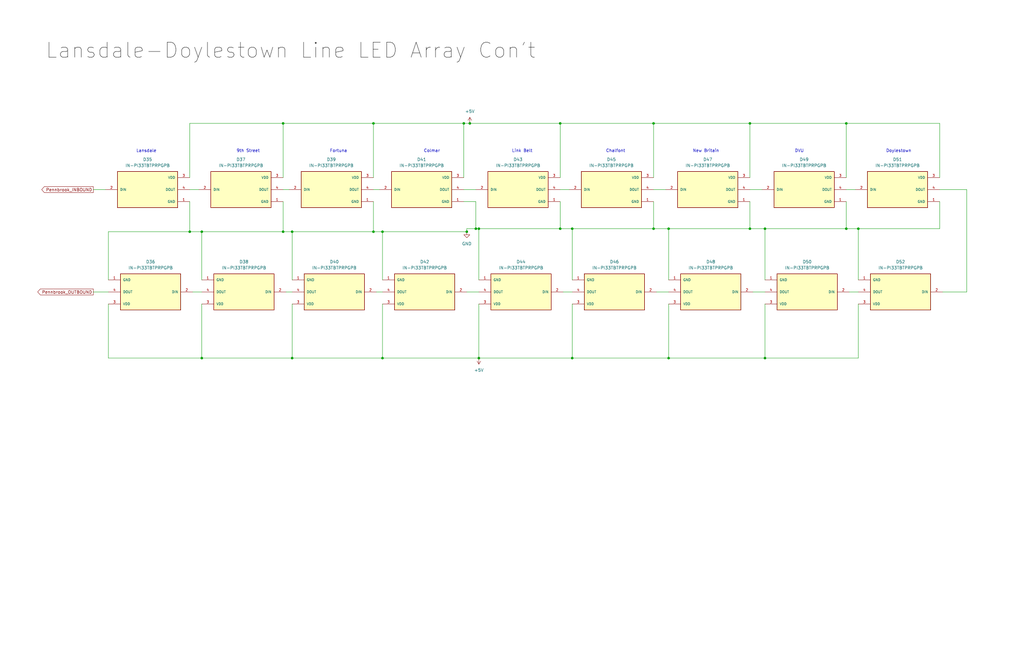
<source format=kicad_sch>
(kicad_sch (version 20231120) (generator "eeschema") (generator_version "8.0")
  (paper "B")
  (title_block (title "Lansdale Doylestown LED Array Con't"))
  (lib_symbols
    (symbol "TrainTrackr-lib:IN-PI33TBTPRPGPB" (pin_names (offset 1.016))
      (property "Reference" "D" (at -12.7 7.62 0))
      (property "Value" "IN-PI33TBTPRPGPB" (at -12.7 -10.16 0))
      (symbol "IN-PI33TBTPRPGPB_0_0"
        (rectangle (start -12.7 -7.62) (end 12.7 7.62) (stroke (width 0.254)) (fill (type background)))
        (pin power_in line (at 17.78 -5.08 180) (length 5.08) (name "GND") (number "1"))
        (pin input line (at -17.78 0 0) (length 5.08) (name "DIN") (number "2"))
        (pin power_in line (at 17.78 5.08 180) (length 5.08) (name "VDD") (number "3"))
        (pin output line (at 17.78 0 180) (length 5.08) (name "DOUT") (number "4"))
      )
    )
    (symbol "power:+5V" (power) (pin_numbers hide) (pin_names (offset 0) hide)
      (property "Value" "+5V" (at 0 3.556 0))
      (symbol "+5V_0_1"
        (polyline (pts (xy -0.762 1.27) (xy 0 2.54)))
        (polyline (pts (xy 0 0) (xy 0 2.54)))
        (polyline (pts (xy 0 2.54) (xy 0.762 1.27)))
      )
      (symbol "+5V_1_1"
        (pin power_in line (at 0 0 90) (length 0) (name "~") (number "1"))
      )
    )
    (symbol "power:GND" (power) (pin_numbers hide) (pin_names (offset 0) hide)
      (property "Value" "GND" (at 0 -3.81 0))
      (symbol "GND_0_1"
        (polyline (pts (xy 0 0) (xy 0 -1.27) (xy 1.27 -1.27) (xy 0 -2.54) (xy -1.27 -1.27) (xy 0 -1.27)))
      )
      (symbol "GND_1_1"
        (pin power_in line (at 0 0 270) (length 0) (name "~") (number "1"))
      )
    )
  )
  (junction (at 201.93 151.13))
  (junction (at 356.87 52.07))
  (junction (at 236.22 96.52))
  (junction (at 119.38 52.07))
  (junction (at 275.59 52.07))
  (junction (at 241.3 151.13))
  (junction (at 241.3 96.52))
  (junction (at 161.29 97.79))
  (junction (at 198.12 52.07))
  (junction (at 361.95 96.52))
  (junction (at 161.29 151.13))
  (junction (at 157.48 52.07))
  (junction (at 196.85 97.79))
  (junction (at 201.93 96.52))
  (junction (at 123.19 97.79))
  (junction (at 85.09 97.79))
  (junction (at 85.09 151.13))
  (junction (at 200.66 96.52))
  (junction (at 157.48 97.79))
  (junction (at 80.01 97.79))
  (junction (at 322.58 96.52))
  (junction (at 119.38 97.79))
  (junction (at 275.59 96.52))
  (junction (at 322.58 151.13))
  (junction (at 236.22 52.07))
  (junction (at 316.23 96.52))
  (junction (at 281.94 151.13))
  (junction (at 195.58 52.07))
  (junction (at 356.87 96.52))
  (junction (at 281.94 96.52))
  (junction (at 316.23 52.07))
  (junction (at 123.19 151.13))
  (wire (pts (xy 45.72 128.27) (xy 45.72 151.13)))
  (wire (pts (xy 322.58 96.52) (xy 316.23 96.52)))
  (wire (pts (xy 281.94 96.52) (xy 281.94 118.11)))
  (wire (pts (xy 196.85 96.52) (xy 200.66 96.52)))
  (wire (pts (xy 196.85 96.52) (xy 196.85 97.79)))
  (wire (pts (xy 161.29 97.79) (xy 196.85 97.79)))
  (wire (pts (xy 407.67 123.19) (xy 397.51 123.19)))
  (wire (pts (xy 236.22 80.01) (xy 240.03 80.01)))
  (wire (pts (xy 236.22 85.09) (xy 236.22 96.52)))
  (wire (pts (xy 358.14 123.19) (xy 361.95 123.19)))
  (wire (pts (xy 396.24 80.01) (xy 407.67 80.01)))
  (wire (pts (xy 241.3 128.27) (xy 241.3 151.13)))
  (wire (pts (xy 85.09 97.79) (xy 85.09 118.11)))
  (wire (pts (xy 123.19 118.11) (xy 123.19 97.79)))
  (wire (pts (xy 236.22 52.07) (xy 275.59 52.07)))
  (wire (pts (xy 123.19 151.13) (xy 161.29 151.13)))
  (wire (pts (xy 200.66 96.52) (xy 201.93 96.52)))
  (wire (pts (xy 195.58 52.07) (xy 198.12 52.07)))
  (wire (pts (xy 158.75 123.19) (xy 161.29 123.19)))
  (wire (pts (xy 157.48 52.07) (xy 157.48 74.93)))
  (wire (pts (xy 356.87 85.09) (xy 356.87 96.52)))
  (wire (pts (xy 407.67 80.01) (xy 407.67 123.19)))
  (wire (pts (xy 237.49 123.19) (xy 241.3 123.19)))
  (wire (pts (xy 157.48 97.79) (xy 161.29 97.79)))
  (wire (pts (xy 45.72 118.11) (xy 45.72 97.79)))
  (wire (pts (xy 396.24 74.93) (xy 396.24 52.07)))
  (wire (pts (xy 275.59 52.07) (xy 316.23 52.07)))
  (wire (pts (xy 123.19 97.79) (xy 157.48 97.79)))
  (wire (pts (xy 322.58 128.27) (xy 322.58 151.13)))
  (wire (pts (xy 281.94 151.13) (xy 322.58 151.13)))
  (wire (pts (xy 157.48 52.07) (xy 195.58 52.07)))
  (wire (pts (xy 356.87 80.01) (xy 360.68 80.01)))
  (wire (pts (xy 161.29 151.13) (xy 201.93 151.13)))
  (wire (pts (xy 198.12 52.07) (xy 236.22 52.07)))
  (wire (pts (xy 322.58 151.13) (xy 361.95 151.13)))
  (wire (pts (xy 80.01 74.93) (xy 80.01 52.07)))
  (wire (pts (xy 195.58 80.01) (xy 200.66 80.01)))
  (wire (pts (xy 195.58 85.09) (xy 200.66 85.09)))
  (wire (pts (xy 356.87 52.07) (xy 396.24 52.07)))
  (wire (pts (xy 241.3 118.11) (xy 241.3 96.52)))
  (wire (pts (xy 356.87 96.52) (xy 322.58 96.52)))
  (wire (pts (xy 39.37 123.19) (xy 45.72 123.19)))
  (wire (pts (xy 275.59 74.93) (xy 275.59 52.07)))
  (wire (pts (xy 195.58 52.07) (xy 195.58 74.93)))
  (wire (pts (xy 275.59 85.09) (xy 275.59 96.52)))
  (wire (pts (xy 120.65 123.19) (xy 123.19 123.19)))
  (wire (pts (xy 80.01 52.07) (xy 119.38 52.07)))
  (wire (pts (xy 119.38 52.07) (xy 157.48 52.07)))
  (wire (pts (xy 316.23 96.52) (xy 281.94 96.52)))
  (wire (pts (xy 241.3 96.52) (xy 275.59 96.52)))
  (wire (pts (xy 196.85 123.19) (xy 201.93 123.19)))
  (wire (pts (xy 201.93 96.52) (xy 236.22 96.52)))
  (wire (pts (xy 81.28 123.19) (xy 85.09 123.19)))
  (wire (pts (xy 161.29 128.27) (xy 161.29 151.13)))
  (wire (pts (xy 396.24 96.52) (xy 361.95 96.52)))
  (wire (pts (xy 200.66 85.09) (xy 200.66 96.52)))
  (wire (pts (xy 316.23 85.09) (xy 316.23 96.52)))
  (wire (pts (xy 316.23 52.07) (xy 356.87 52.07)))
  (wire (pts (xy 119.38 52.07) (xy 119.38 74.93)))
  (wire (pts (xy 316.23 74.93) (xy 316.23 52.07)))
  (wire (pts (xy 236.22 74.93) (xy 236.22 52.07)))
  (wire (pts (xy 80.01 85.09) (xy 80.01 97.79)))
  (wire (pts (xy 119.38 80.01) (xy 121.92 80.01)))
  (wire (pts (xy 39.37 80.01) (xy 44.45 80.01)))
  (wire (pts (xy 80.01 97.79) (xy 85.09 97.79)))
  (wire (pts (xy 119.38 85.09) (xy 119.38 97.79)))
  (wire (pts (xy 201.93 96.52) (xy 201.93 118.11)))
  (wire (pts (xy 236.22 96.52) (xy 241.3 96.52)))
  (wire (pts (xy 85.09 151.13) (xy 123.19 151.13)))
  (wire (pts (xy 361.95 96.52) (xy 361.95 118.11)))
  (wire (pts (xy 119.38 97.79) (xy 123.19 97.79)))
  (wire (pts (xy 45.72 151.13) (xy 85.09 151.13)))
  (wire (pts (xy 275.59 80.01) (xy 280.67 80.01)))
  (wire (pts (xy 276.86 123.19) (xy 281.94 123.19)))
  (wire (pts (xy 361.95 128.27) (xy 361.95 151.13)))
  (wire (pts (xy 396.24 85.09) (xy 396.24 96.52)))
  (wire (pts (xy 157.48 85.09) (xy 157.48 97.79)))
  (wire (pts (xy 322.58 96.52) (xy 322.58 118.11)))
  (wire (pts (xy 85.09 97.79) (xy 119.38 97.79)))
  (wire (pts (xy 123.19 128.27) (xy 123.19 151.13)))
  (wire (pts (xy 45.72 97.79) (xy 80.01 97.79)))
  (wire (pts (xy 161.29 97.79) (xy 161.29 118.11)))
  (wire (pts (xy 201.93 128.27) (xy 201.93 151.13)))
  (wire (pts (xy 85.09 128.27) (xy 85.09 151.13)))
  (wire (pts (xy 317.5 123.19) (xy 322.58 123.19)))
  (wire (pts (xy 361.95 96.52) (xy 356.87 96.52)))
  (wire (pts (xy 157.48 80.01) (xy 160.02 80.01)))
  (wire (pts (xy 241.3 151.13) (xy 281.94 151.13)))
  (wire (pts (xy 80.01 80.01) (xy 83.82 80.01)))
  (wire (pts (xy 281.94 96.52) (xy 275.59 96.52)))
  (wire (pts (xy 316.23 80.01) (xy 321.31 80.01)))
  (wire (pts (xy 201.93 151.13) (xy 241.3 151.13)))
  (wire (pts (xy 281.94 128.27) (xy 281.94 151.13)))
  (wire (pts (xy 356.87 52.07) (xy 356.87 74.93)))
  (text "Link Belt\n" (at 220.218 63.754 0) (effects (font (size 1.27 1.27))))
  (text "DVU" (at 337.058 63.754 0) (effects (font (size 1.27 1.27))))
  (text "Lansdale" (at 61.722 63.754 0) (effects (font (size 1.27 1.27))))
  (text "Fortuna\n" (at 142.748 63.754 0) (effects (font (size 1.27 1.27))))
  (text "Doylestown" (at 378.968 63.754 0) (effects (font (size 1.27 1.27))))
  (text "9th Street" (at 104.648 63.754 0) (effects (font (size 1.27 1.27))))
  (text "Chalfont" (at 259.588 63.754 0) (effects (font (size 1.27 1.27))))
  (text "New Britain" (at 297.688 63.754 0) (effects (font (size 1.27 1.27))))
  (text "Colmar" (at 182.118 63.754 0) (effects (font (size 1.27 1.27))))
  (label "Lansdale-Doylestown Line LED Array Con't" (at 19.05 26.67 0) (effects (font (size 6.35 6.35))))
  (global_label "Pennbrook_INBOUND" (shape output) (at 39.37 80.01 180) (property "Intersheetrefs" "${INTERSHEET_REFS}" (effects (hide yes))))
  (global_label "Pennbrook_OUTBOUND" (shape output) (at 39.37 123.19 180) (property "Intersheetrefs" "${INTERSHEET_REFS}" (effects (hide yes))))
  (symbol (lib_id "TrainTrackr-lib:IN-PI33TBTPRPGPB") (at 219.71 123.19 180) (unit 1)
    (property "Reference" "D44" (at 219.71 110.49 0))
    (property "Value" "IN-PI33TBTPRPGPB" (at 219.71 113.03 0))
    (property "Footprint" "TrainTrackr-footprints:LED_IN-PI33TBTPRPGPB" (effects (hide yes)))
    (property "MF" "Inolux" (effects (hide yes)))
    (property "MAXIMUM_PACKAGE_HEIGHT" "1.95 mm" (effects (hide yes)))
    (property "Package" "Inolux" (effects (hide yes)))
    (property "Price" "None" (effects (hide yes)))
    (property "Check_prices" "https://www.snapeda.com/parts/IN-PI33TBTPRPGPB/Inolux/view-part/?ref=eda" (effects (hide yes)))
    (property "STANDARD" "Manufacturer Recommendations" (effects (hide yes)))
    (property "PARTREV" "1.2" (effects (hide yes)))
    (property "SnapEDA_Link" "https://www.snapeda.com/parts/IN-PI33TBTPRPGPB/Inolux/view-part/?ref=snap" (effects (hide yes)))
    (property "MP" "IN-PI33TBTPRPGPB" (effects (hide yes)))
    (property "Description_1" "\n                        \n                            Addressable Lighting series 1 LED Discrete Serial (Shift Register) Red, Green, Blue (RGB) 3.50mm L x 3.50mm W\n                        \n" (effects (hide yes)))
    (property "Availability" "In Stock" (effects (hide yes)))
    (property "MANUFACTURER" "Inolux" (effects (hide yes)))
  )
  (symbol (lib_id "TrainTrackr-lib:IN-PI33TBTPRPGPB") (at 102.87 123.19 180) (unit 1)
    (property "Reference" "D38" (at 102.87 110.49 0))
    (property "Value" "IN-PI33TBTPRPGPB" (at 102.87 113.03 0))
    (property "Footprint" "TrainTrackr-footprints:LED_IN-PI33TBTPRPGPB" (effects (hide yes)))
    (property "MF" "Inolux" (effects (hide yes)))
    (property "MAXIMUM_PACKAGE_HEIGHT" "1.95 mm" (effects (hide yes)))
    (property "Package" "Inolux" (effects (hide yes)))
    (property "Price" "None" (effects (hide yes)))
    (property "Check_prices" "https://www.snapeda.com/parts/IN-PI33TBTPRPGPB/Inolux/view-part/?ref=eda" (effects (hide yes)))
    (property "STANDARD" "Manufacturer Recommendations" (effects (hide yes)))
    (property "PARTREV" "1.2" (effects (hide yes)))
    (property "SnapEDA_Link" "https://www.snapeda.com/parts/IN-PI33TBTPRPGPB/Inolux/view-part/?ref=snap" (effects (hide yes)))
    (property "MP" "IN-PI33TBTPRPGPB" (effects (hide yes)))
    (property "Description_1" "\n                        \n                            Addressable Lighting series 1 LED Discrete Serial (Shift Register) Red, Green, Blue (RGB) 3.50mm L x 3.50mm W\n                        \n" (effects (hide yes)))
    (property "Availability" "In Stock" (effects (hide yes)))
    (property "MANUFACTURER" "Inolux" (effects (hide yes)))
  )
  (symbol (lib_id "TrainTrackr-lib:IN-PI33TBTPRPGPB") (at 379.73 123.19 180) (unit 1)
    (property "Reference" "D52" (at 379.73 110.49 0))
    (property "Value" "IN-PI33TBTPRPGPB" (at 379.73 113.03 0))
    (property "Footprint" "TrainTrackr-footprints:LED_IN-PI33TBTPRPGPB" (effects (hide yes)))
    (property "MF" "Inolux" (effects (hide yes)))
    (property "MAXIMUM_PACKAGE_HEIGHT" "1.95 mm" (effects (hide yes)))
    (property "Package" "Inolux" (effects (hide yes)))
    (property "Price" "None" (effects (hide yes)))
    (property "Check_prices" "https://www.snapeda.com/parts/IN-PI33TBTPRPGPB/Inolux/view-part/?ref=eda" (effects (hide yes)))
    (property "STANDARD" "Manufacturer Recommendations" (effects (hide yes)))
    (property "PARTREV" "1.2" (effects (hide yes)))
    (property "SnapEDA_Link" "https://www.snapeda.com/parts/IN-PI33TBTPRPGPB/Inolux/view-part/?ref=snap" (effects (hide yes)))
    (property "MP" "IN-PI33TBTPRPGPB" (effects (hide yes)))
    (property "Description_1" "\n                        \n                            Addressable Lighting series 1 LED Discrete Serial (Shift Register) Red, Green, Blue (RGB) 3.50mm L x 3.50mm W\n                        \n" (effects (hide yes)))
    (property "Availability" "In Stock" (effects (hide yes)))
    (property "MANUFACTURER" "Inolux" (effects (hide yes)))
  )
  (symbol (lib_id "TrainTrackr-lib:IN-PI33TBTPRPGPB") (at 298.45 80.01 0) (unit 1)
    (property "Reference" "D47" (at 298.45 67.31 0))
    (property "Value" "IN-PI33TBTPRPGPB" (at 298.45 69.85 0))
    (property "Footprint" "TrainTrackr-footprints:LED_IN-PI33TBTPRPGPB" (effects (hide yes)))
    (property "MF" "Inolux" (effects (hide yes)))
    (property "MAXIMUM_PACKAGE_HEIGHT" "1.95 mm" (effects (hide yes)))
    (property "Package" "Inolux" (effects (hide yes)))
    (property "Price" "None" (effects (hide yes)))
    (property "Check_prices" "https://www.snapeda.com/parts/IN-PI33TBTPRPGPB/Inolux/view-part/?ref=eda" (effects (hide yes)))
    (property "STANDARD" "Manufacturer Recommendations" (effects (hide yes)))
    (property "PARTREV" "1.2" (effects (hide yes)))
    (property "SnapEDA_Link" "https://www.snapeda.com/parts/IN-PI33TBTPRPGPB/Inolux/view-part/?ref=snap" (effects (hide yes)))
    (property "MP" "IN-PI33TBTPRPGPB" (effects (hide yes)))
    (property "Description_1" "\n                        \n                            Addressable Lighting series 1 LED Discrete Serial (Shift Register) Red, Green, Blue (RGB) 3.50mm L x 3.50mm W\n                        \n" (effects (hide yes)))
    (property "Availability" "In Stock" (effects (hide yes)))
    (property "MANUFACTURER" "Inolux" (effects (hide yes)))
  )
  (symbol (lib_id "power:+5V") (at 198.12 52.07 0) (unit 1)
    (property "Reference" "#PWR07" (effects (hide yes)))
    (property "Value" "+5V" (at 198.12 46.99 0))
    (property "Description" "Power symbol creates a global label with name \"+5V\"" (effects (hide yes)))
  )
  (symbol (lib_id "TrainTrackr-lib:IN-PI33TBTPRPGPB") (at 177.8 80.01 0) (unit 1)
    (property "Reference" "D41" (at 177.8 67.31 0))
    (property "Value" "IN-PI33TBTPRPGPB" (at 177.8 69.85 0))
    (property "Footprint" "TrainTrackr-footprints:LED_IN-PI33TBTPRPGPB" (effects (hide yes)))
    (property "MF" "Inolux" (effects (hide yes)))
    (property "MAXIMUM_PACKAGE_HEIGHT" "1.95 mm" (effects (hide yes)))
    (property "Package" "Inolux" (effects (hide yes)))
    (property "Price" "None" (effects (hide yes)))
    (property "Check_prices" "https://www.snapeda.com/parts/IN-PI33TBTPRPGPB/Inolux/view-part/?ref=eda" (effects (hide yes)))
    (property "STANDARD" "Manufacturer Recommendations" (effects (hide yes)))
    (property "PARTREV" "1.2" (effects (hide yes)))
    (property "SnapEDA_Link" "https://www.snapeda.com/parts/IN-PI33TBTPRPGPB/Inolux/view-part/?ref=snap" (effects (hide yes)))
    (property "MP" "IN-PI33TBTPRPGPB" (effects (hide yes)))
    (property "Description_1" "\n                        \n                            Addressable Lighting series 1 LED Discrete Serial (Shift Register) Red, Green, Blue (RGB) 3.50mm L x 3.50mm W\n                        \n" (effects (hide yes)))
    (property "Availability" "In Stock" (effects (hide yes)))
    (property "MANUFACTURER" "Inolux" (effects (hide yes)))
  )
  (symbol (lib_id "TrainTrackr-lib:IN-PI33TBTPRPGPB") (at 340.36 123.19 180) (unit 1)
    (property "Reference" "D50" (at 340.36 110.49 0))
    (property "Value" "IN-PI33TBTPRPGPB" (at 340.36 113.03 0))
    (property "Footprint" "TrainTrackr-footprints:LED_IN-PI33TBTPRPGPB" (effects (hide yes)))
    (property "MF" "Inolux" (effects (hide yes)))
    (property "MAXIMUM_PACKAGE_HEIGHT" "1.95 mm" (effects (hide yes)))
    (property "Package" "Inolux" (effects (hide yes)))
    (property "Price" "None" (effects (hide yes)))
    (property "Check_prices" "https://www.snapeda.com/parts/IN-PI33TBTPRPGPB/Inolux/view-part/?ref=eda" (effects (hide yes)))
    (property "STANDARD" "Manufacturer Recommendations" (effects (hide yes)))
    (property "PARTREV" "1.2" (effects (hide yes)))
    (property "SnapEDA_Link" "https://www.snapeda.com/parts/IN-PI33TBTPRPGPB/Inolux/view-part/?ref=snap" (effects (hide yes)))
    (property "MP" "IN-PI33TBTPRPGPB" (effects (hide yes)))
    (property "Description_1" "\n                        \n                            Addressable Lighting series 1 LED Discrete Serial (Shift Register) Red, Green, Blue (RGB) 3.50mm L x 3.50mm W\n                        \n" (effects (hide yes)))
    (property "Availability" "In Stock" (effects (hide yes)))
    (property "MANUFACTURER" "Inolux" (effects (hide yes)))
  )
  (symbol (lib_id "TrainTrackr-lib:IN-PI33TBTPRPGPB") (at 63.5 123.19 180) (unit 1)
    (property "Reference" "D36" (at 63.5 110.49 0))
    (property "Value" "IN-PI33TBTPRPGPB" (at 63.5 113.03 0))
    (property "Footprint" "TrainTrackr-footprints:LED_IN-PI33TBTPRPGPB" (effects (hide yes)))
    (property "MF" "Inolux" (effects (hide yes)))
    (property "MAXIMUM_PACKAGE_HEIGHT" "1.95 mm" (effects (hide yes)))
    (property "Package" "Inolux" (effects (hide yes)))
    (property "Price" "None" (effects (hide yes)))
    (property "Check_prices" "https://www.snapeda.com/parts/IN-PI33TBTPRPGPB/Inolux/view-part/?ref=eda" (effects (hide yes)))
    (property "STANDARD" "Manufacturer Recommendations" (effects (hide yes)))
    (property "PARTREV" "1.2" (effects (hide yes)))
    (property "SnapEDA_Link" "https://www.snapeda.com/parts/IN-PI33TBTPRPGPB/Inolux/view-part/?ref=snap" (effects (hide yes)))
    (property "MP" "IN-PI33TBTPRPGPB" (effects (hide yes)))
    (property "Description_1" "\n                        \n                            Addressable Lighting series 1 LED Discrete Serial (Shift Register) Red, Green, Blue (RGB) 3.50mm L x 3.50mm W\n                        \n" (effects (hide yes)))
    (property "Availability" "In Stock" (effects (hide yes)))
    (property "MANUFACTURER" "Inolux" (effects (hide yes)))
  )
  (symbol (lib_id "TrainTrackr-lib:IN-PI33TBTPRPGPB") (at 62.23 80.01 0) (unit 1)
    (property "Reference" "D35" (at 62.23 67.31 0))
    (property "Value" "IN-PI33TBTPRPGPB" (at 62.23 69.85 0))
    (property "Footprint" "TrainTrackr-footprints:LED_IN-PI33TBTPRPGPB" (effects (hide yes)))
    (property "MF" "Inolux" (effects (hide yes)))
    (property "MAXIMUM_PACKAGE_HEIGHT" "1.95 mm" (effects (hide yes)))
    (property "Package" "Inolux" (effects (hide yes)))
    (property "Price" "None" (effects (hide yes)))
    (property "Check_prices" "https://www.snapeda.com/parts/IN-PI33TBTPRPGPB/Inolux/view-part/?ref=eda" (effects (hide yes)))
    (property "STANDARD" "Manufacturer Recommendations" (effects (hide yes)))
    (property "PARTREV" "1.2" (effects (hide yes)))
    (property "SnapEDA_Link" "https://www.snapeda.com/parts/IN-PI33TBTPRPGPB/Inolux/view-part/?ref=snap" (effects (hide yes)))
    (property "MP" "IN-PI33TBTPRPGPB" (effects (hide yes)))
    (property "Description_1" "\n                        \n                            Addressable Lighting series 1 LED Discrete Serial (Shift Register) Red, Green, Blue (RGB) 3.50mm L x 3.50mm W\n                        \n" (effects (hide yes)))
    (property "Availability" "In Stock" (effects (hide yes)))
    (property "MANUFACTURER" "Inolux" (effects (hide yes)))
  )
  (symbol (lib_id "power:GND") (at 196.85 97.79 0) (unit 1)
    (property "Reference" "#PWR09" (effects (hide yes)))
    (property "Value" "GND" (at 196.85 102.87 0))
    (property "Description" "Power symbol creates a global label with name \"GND\" , ground" (effects (hide yes)))
  )
  (symbol (lib_id "TrainTrackr-lib:IN-PI33TBTPRPGPB") (at 378.46 80.01 0) (unit 1)
    (property "Reference" "D51" (at 378.46 67.31 0))
    (property "Value" "IN-PI33TBTPRPGPB" (at 378.46 69.85 0))
    (property "Footprint" "TrainTrackr-footprints:LED_IN-PI33TBTPRPGPB" (effects (hide yes)))
    (property "MF" "Inolux" (effects (hide yes)))
    (property "MAXIMUM_PACKAGE_HEIGHT" "1.95 mm" (effects (hide yes)))
    (property "Package" "Inolux" (effects (hide yes)))
    (property "Price" "None" (effects (hide yes)))
    (property "Check_prices" "https://www.snapeda.com/parts/IN-PI33TBTPRPGPB/Inolux/view-part/?ref=eda" (effects (hide yes)))
    (property "STANDARD" "Manufacturer Recommendations" (effects (hide yes)))
    (property "PARTREV" "1.2" (effects (hide yes)))
    (property "SnapEDA_Link" "https://www.snapeda.com/parts/IN-PI33TBTPRPGPB/Inolux/view-part/?ref=snap" (effects (hide yes)))
    (property "MP" "IN-PI33TBTPRPGPB" (effects (hide yes)))
    (property "Description_1" "\n                        \n                            Addressable Lighting series 1 LED Discrete Serial (Shift Register) Red, Green, Blue (RGB) 3.50mm L x 3.50mm W\n                        \n" (effects (hide yes)))
    (property "Availability" "In Stock" (effects (hide yes)))
    (property "MANUFACTURER" "Inolux" (effects (hide yes)))
  )
  (symbol (lib_id "TrainTrackr-lib:IN-PI33TBTPRPGPB") (at 339.09 80.01 0) (unit 1)
    (property "Reference" "D49" (at 339.09 67.31 0))
    (property "Value" "IN-PI33TBTPRPGPB" (at 339.09 69.85 0))
    (property "Footprint" "TrainTrackr-footprints:LED_IN-PI33TBTPRPGPB" (effects (hide yes)))
    (property "MF" "Inolux" (effects (hide yes)))
    (property "MAXIMUM_PACKAGE_HEIGHT" "1.95 mm" (effects (hide yes)))
    (property "Package" "Inolux" (effects (hide yes)))
    (property "Price" "None" (effects (hide yes)))
    (property "Check_prices" "https://www.snapeda.com/parts/IN-PI33TBTPRPGPB/Inolux/view-part/?ref=eda" (effects (hide yes)))
    (property "STANDARD" "Manufacturer Recommendations" (effects (hide yes)))
    (property "PARTREV" "1.2" (effects (hide yes)))
    (property "SnapEDA_Link" "https://www.snapeda.com/parts/IN-PI33TBTPRPGPB/Inolux/view-part/?ref=snap" (effects (hide yes)))
    (property "MP" "IN-PI33TBTPRPGPB" (effects (hide yes)))
    (property "Description_1" "\n                        \n                            Addressable Lighting series 1 LED Discrete Serial (Shift Register) Red, Green, Blue (RGB) 3.50mm L x 3.50mm W\n                        \n" (effects (hide yes)))
    (property "Availability" "In Stock" (effects (hide yes)))
    (property "MANUFACTURER" "Inolux" (effects (hide yes)))
  )
  (symbol (lib_id "TrainTrackr-lib:IN-PI33TBTPRPGPB") (at 299.72 123.19 180) (unit 1)
    (property "Reference" "D48" (at 299.72 110.49 0))
    (property "Value" "IN-PI33TBTPRPGPB" (at 299.72 113.03 0))
    (property "Footprint" "TrainTrackr-footprints:LED_IN-PI33TBTPRPGPB" (effects (hide yes)))
    (property "MF" "Inolux" (effects (hide yes)))
    (property "MAXIMUM_PACKAGE_HEIGHT" "1.95 mm" (effects (hide yes)))
    (property "Package" "Inolux" (effects (hide yes)))
    (property "Price" "None" (effects (hide yes)))
    (property "Check_prices" "https://www.snapeda.com/parts/IN-PI33TBTPRPGPB/Inolux/view-part/?ref=eda" (effects (hide yes)))
    (property "STANDARD" "Manufacturer Recommendations" (effects (hide yes)))
    (property "PARTREV" "1.2" (effects (hide yes)))
    (property "SnapEDA_Link" "https://www.snapeda.com/parts/IN-PI33TBTPRPGPB/Inolux/view-part/?ref=snap" (effects (hide yes)))
    (property "MP" "IN-PI33TBTPRPGPB" (effects (hide yes)))
    (property "Description_1" "\n                        \n                            Addressable Lighting series 1 LED Discrete Serial (Shift Register) Red, Green, Blue (RGB) 3.50mm L x 3.50mm W\n                        \n" (effects (hide yes)))
    (property "Availability" "In Stock" (effects (hide yes)))
    (property "MANUFACTURER" "Inolux" (effects (hide yes)))
  )
  (symbol (lib_id "TrainTrackr-lib:IN-PI33TBTPRPGPB") (at 139.7 80.01 0) (unit 1)
    (property "Reference" "D39" (at 139.7 67.31 0))
    (property "Value" "IN-PI33TBTPRPGPB" (at 139.7 69.85 0))
    (property "Footprint" "TrainTrackr-footprints:LED_IN-PI33TBTPRPGPB" (effects (hide yes)))
    (property "MF" "Inolux" (effects (hide yes)))
    (property "MAXIMUM_PACKAGE_HEIGHT" "1.95 mm" (effects (hide yes)))
    (property "Package" "Inolux" (effects (hide yes)))
    (property "Price" "None" (effects (hide yes)))
    (property "Check_prices" "https://www.snapeda.com/parts/IN-PI33TBTPRPGPB/Inolux/view-part/?ref=eda" (effects (hide yes)))
    (property "STANDARD" "Manufacturer Recommendations" (effects (hide yes)))
    (property "PARTREV" "1.2" (effects (hide yes)))
    (property "SnapEDA_Link" "https://www.snapeda.com/parts/IN-PI33TBTPRPGPB/Inolux/view-part/?ref=snap" (effects (hide yes)))
    (property "MP" "IN-PI33TBTPRPGPB" (effects (hide yes)))
    (property "Description_1" "\n                        \n                            Addressable Lighting series 1 LED Discrete Serial (Shift Register) Red, Green, Blue (RGB) 3.50mm L x 3.50mm W\n                        \n" (effects (hide yes)))
    (property "Availability" "In Stock" (effects (hide yes)))
    (property "MANUFACTURER" "Inolux" (effects (hide yes)))
  )
  (symbol (lib_id "TrainTrackr-lib:IN-PI33TBTPRPGPB") (at 101.6 80.01 0) (unit 1)
    (property "Reference" "D37" (at 101.6 67.31 0))
    (property "Value" "IN-PI33TBTPRPGPB" (at 101.6 69.85 0))
    (property "Footprint" "TrainTrackr-footprints:LED_IN-PI33TBTPRPGPB" (effects (hide yes)))
    (property "MF" "Inolux" (effects (hide yes)))
    (property "MAXIMUM_PACKAGE_HEIGHT" "1.95 mm" (effects (hide yes)))
    (property "Package" "Inolux" (effects (hide yes)))
    (property "Price" "None" (effects (hide yes)))
    (property "Check_prices" "https://www.snapeda.com/parts/IN-PI33TBTPRPGPB/Inolux/view-part/?ref=eda" (effects (hide yes)))
    (property "STANDARD" "Manufacturer Recommendations" (effects (hide yes)))
    (property "PARTREV" "1.2" (effects (hide yes)))
    (property "SnapEDA_Link" "https://www.snapeda.com/parts/IN-PI33TBTPRPGPB/Inolux/view-part/?ref=snap" (effects (hide yes)))
    (property "MP" "IN-PI33TBTPRPGPB" (effects (hide yes)))
    (property "Description_1" "\n                        \n                            Addressable Lighting series 1 LED Discrete Serial (Shift Register) Red, Green, Blue (RGB) 3.50mm L x 3.50mm W\n                        \n" (effects (hide yes)))
    (property "Availability" "In Stock" (effects (hide yes)))
    (property "MANUFACTURER" "Inolux" (effects (hide yes)))
  )
  (symbol (lib_id "TrainTrackr-lib:IN-PI33TBTPRPGPB") (at 179.07 123.19 180) (unit 1)
    (property "Reference" "D42" (at 179.07 110.49 0))
    (property "Value" "IN-PI33TBTPRPGPB" (at 179.07 113.03 0))
    (property "Footprint" "TrainTrackr-footprints:LED_IN-PI33TBTPRPGPB" (effects (hide yes)))
    (property "MF" "Inolux" (effects (hide yes)))
    (property "MAXIMUM_PACKAGE_HEIGHT" "1.95 mm" (effects (hide yes)))
    (property "Package" "Inolux" (effects (hide yes)))
    (property "Price" "None" (effects (hide yes)))
    (property "Check_prices" "https://www.snapeda.com/parts/IN-PI33TBTPRPGPB/Inolux/view-part/?ref=eda" (effects (hide yes)))
    (property "STANDARD" "Manufacturer Recommendations" (effects (hide yes)))
    (property "PARTREV" "1.2" (effects (hide yes)))
    (property "SnapEDA_Link" "https://www.snapeda.com/parts/IN-PI33TBTPRPGPB/Inolux/view-part/?ref=snap" (effects (hide yes)))
    (property "MP" "IN-PI33TBTPRPGPB" (effects (hide yes)))
    (property "Description_1" "\n                        \n                            Addressable Lighting series 1 LED Discrete Serial (Shift Register) Red, Green, Blue (RGB) 3.50mm L x 3.50mm W\n                        \n" (effects (hide yes)))
    (property "Availability" "In Stock" (effects (hide yes)))
    (property "MANUFACTURER" "Inolux" (effects (hide yes)))
  )
  (symbol (lib_id "power:+5V") (at 201.93 151.13 180) (unit 1)
    (property "Reference" "#PWR08" (effects (hide yes)))
    (property "Value" "+5V" (at 201.93 156.21 0))
    (property "Description" "Power symbol creates a global label with name \"+5V\"" (effects (hide yes)))
  )
  (symbol (lib_id "TrainTrackr-lib:IN-PI33TBTPRPGPB") (at 257.81 80.01 0) (unit 1)
    (property "Reference" "D45" (at 257.81 67.31 0))
    (property "Value" "IN-PI33TBTPRPGPB" (at 257.81 69.85 0))
    (property "Footprint" "TrainTrackr-footprints:LED_IN-PI33TBTPRPGPB" (effects (hide yes)))
    (property "MF" "Inolux" (effects (hide yes)))
    (property "MAXIMUM_PACKAGE_HEIGHT" "1.95 mm" (effects (hide yes)))
    (property "Package" "Inolux" (effects (hide yes)))
    (property "Price" "None" (effects (hide yes)))
    (property "Check_prices" "https://www.snapeda.com/parts/IN-PI33TBTPRPGPB/Inolux/view-part/?ref=eda" (effects (hide yes)))
    (property "STANDARD" "Manufacturer Recommendations" (effects (hide yes)))
    (property "PARTREV" "1.2" (effects (hide yes)))
    (property "SnapEDA_Link" "https://www.snapeda.com/parts/IN-PI33TBTPRPGPB/Inolux/view-part/?ref=snap" (effects (hide yes)))
    (property "MP" "IN-PI33TBTPRPGPB" (effects (hide yes)))
    (property "Description_1" "\n                        \n                            Addressable Lighting series 1 LED Discrete Serial (Shift Register) Red, Green, Blue (RGB) 3.50mm L x 3.50mm W\n                        \n" (effects (hide yes)))
    (property "Availability" "In Stock" (effects (hide yes)))
    (property "MANUFACTURER" "Inolux" (effects (hide yes)))
  )
  (symbol (lib_id "TrainTrackr-lib:IN-PI33TBTPRPGPB") (at 259.08 123.19 180) (unit 1)
    (property "Reference" "D46" (at 259.08 110.49 0))
    (property "Value" "IN-PI33TBTPRPGPB" (at 259.08 113.03 0))
    (property "Footprint" "TrainTrackr-footprints:LED_IN-PI33TBTPRPGPB" (effects (hide yes)))
    (property "MF" "Inolux" (effects (hide yes)))
    (property "MAXIMUM_PACKAGE_HEIGHT" "1.95 mm" (effects (hide yes)))
    (property "Package" "Inolux" (effects (hide yes)))
    (property "Price" "None" (effects (hide yes)))
    (property "Check_prices" "https://www.snapeda.com/parts/IN-PI33TBTPRPGPB/Inolux/view-part/?ref=eda" (effects (hide yes)))
    (property "STANDARD" "Manufacturer Recommendations" (effects (hide yes)))
    (property "PARTREV" "1.2" (effects (hide yes)))
    (property "SnapEDA_Link" "https://www.snapeda.com/parts/IN-PI33TBTPRPGPB/Inolux/view-part/?ref=snap" (effects (hide yes)))
    (property "MP" "IN-PI33TBTPRPGPB" (effects (hide yes)))
    (property "Description_1" "\n                        \n                            Addressable Lighting series 1 LED Discrete Serial (Shift Register) Red, Green, Blue (RGB) 3.50mm L x 3.50mm W\n                        \n" (effects (hide yes)))
    (property "Availability" "In Stock" (effects (hide yes)))
    (property "MANUFACTURER" "Inolux" (effects (hide yes)))
  )
  (symbol (lib_id "TrainTrackr-lib:IN-PI33TBTPRPGPB") (at 140.97 123.19 180) (unit 1)
    (property "Reference" "D40" (at 140.97 110.49 0))
    (property "Value" "IN-PI33TBTPRPGPB" (at 140.97 113.03 0))
    (property "Footprint" "TrainTrackr-footprints:LED_IN-PI33TBTPRPGPB" (effects (hide yes)))
    (property "MF" "Inolux" (effects (hide yes)))
    (property "MAXIMUM_PACKAGE_HEIGHT" "1.95 mm" (effects (hide yes)))
    (property "Package" "Inolux" (effects (hide yes)))
    (property "Price" "None" (effects (hide yes)))
    (property "Check_prices" "https://www.snapeda.com/parts/IN-PI33TBTPRPGPB/Inolux/view-part/?ref=eda" (effects (hide yes)))
    (property "STANDARD" "Manufacturer Recommendations" (effects (hide yes)))
    (property "PARTREV" "1.2" (effects (hide yes)))
    (property "SnapEDA_Link" "https://www.snapeda.com/parts/IN-PI33TBTPRPGPB/Inolux/view-part/?ref=snap" (effects (hide yes)))
    (property "MP" "IN-PI33TBTPRPGPB" (effects (hide yes)))
    (property "Description_1" "\n                        \n                            Addressable Lighting series 1 LED Discrete Serial (Shift Register) Red, Green, Blue (RGB) 3.50mm L x 3.50mm W\n                        \n" (effects (hide yes)))
    (property "Availability" "In Stock" (effects (hide yes)))
    (property "MANUFACTURER" "Inolux" (effects (hide yes)))
  )
  (symbol (lib_id "TrainTrackr-lib:IN-PI33TBTPRPGPB") (at 218.44 80.01 0) (unit 1)
    (property "Reference" "D43" (at 218.44 67.31 0))
    (property "Value" "IN-PI33TBTPRPGPB" (at 218.44 69.85 0))
    (property "Footprint" "TrainTrackr-footprints:LED_IN-PI33TBTPRPGPB" (effects (hide yes)))
    (property "MF" "Inolux" (effects (hide yes)))
    (property "MAXIMUM_PACKAGE_HEIGHT" "1.95 mm" (effects (hide yes)))
    (property "Package" "Inolux" (effects (hide yes)))
    (property "Price" "None" (effects (hide yes)))
    (property "Check_prices" "https://www.snapeda.com/parts/IN-PI33TBTPRPGPB/Inolux/view-part/?ref=eda" (effects (hide yes)))
    (property "STANDARD" "Manufacturer Recommendations" (effects (hide yes)))
    (property "PARTREV" "1.2" (effects (hide yes)))
    (property "SnapEDA_Link" "https://www.snapeda.com/parts/IN-PI33TBTPRPGPB/Inolux/view-part/?ref=snap" (effects (hide yes)))
    (property "MP" "IN-PI33TBTPRPGPB" (effects (hide yes)))
    (property "Description_1" "\n                        \n                            Addressable Lighting series 1 LED Discrete Serial (Shift Register) Red, Green, Blue (RGB) 3.50mm L x 3.50mm W\n                        \n" (effects (hide yes)))
    (property "Availability" "In Stock" (effects (hide yes)))
    (property "MANUFACTURER" "Inolux" (effects (hide yes)))
  )
)
</source>
